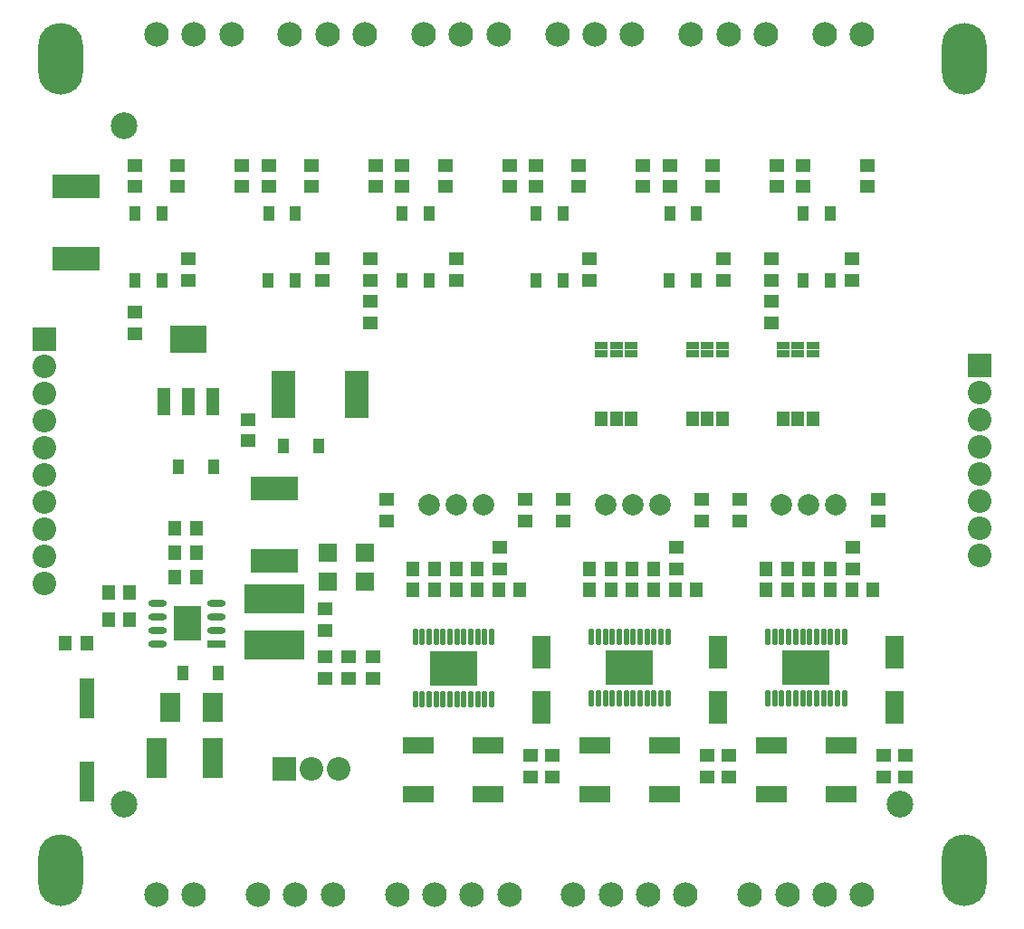
<source format=gts>
G04*
G04 #@! TF.GenerationSoftware,Altium Limited,Altium Designer,21.9.2 (33)*
G04*
G04 Layer_Color=8388736*
%FSLAX25Y25*%
%MOIN*%
G70*
G04*
G04 #@! TF.SameCoordinates,034F36C6-47A8-4C4D-BE73-3EC9485E6904*
G04*
G04*
G04 #@! TF.FilePolarity,Negative*
G04*
G01*
G75*
%ADD16R,0.06706X0.06706*%
%ADD17R,0.04383X0.05603*%
%ADD18R,0.07493X0.10642*%
%ADD19R,0.03950X0.05524*%
%ADD20R,0.05721X0.04737*%
%ADD21R,0.11430X0.06312*%
%ADD22R,0.04737X0.05721*%
%ADD23R,0.22453X0.10642*%
%ADD24R,0.02769X0.04737*%
%ADD25R,0.04737X0.02769*%
%ADD26R,0.07808X0.14580*%
%ADD27O,0.01981X0.06312*%
G04:AMPARAMS|DCode=28|XSize=63.12mil|YSize=19.81mil|CornerRadius=9.91mil|HoleSize=0mil|Usage=FLASHONLY|Rotation=270.000|XOffset=0mil|YOffset=0mil|HoleType=Round|Shape=RoundedRectangle|*
%AMROUNDEDRECTD28*
21,1,0.06312,0.00000,0,0,270.0*
21,1,0.04331,0.01981,0,0,270.0*
1,1,0.01981,0.00000,-0.02165*
1,1,0.01981,0.00000,0.02165*
1,1,0.01981,0.00000,0.02165*
1,1,0.01981,0.00000,-0.02165*
%
%ADD28ROUNDEDRECTD28*%
%ADD29R,0.13792X0.10249*%
%ADD30R,0.04737X0.10249*%
%ADD31O,0.06706X0.02769*%
%ADD32R,0.06706X0.02769*%
%ADD33R,0.06890X0.12402*%
%ADD34R,0.17729X0.08674*%
%ADD35R,0.05524X0.14580*%
%ADD36R,0.08674X0.17729*%
G04:AMPARAMS|DCode=37|XSize=98.43mil|YSize=98.43mil|CornerRadius=49.21mil|HoleSize=0mil|Usage=FLASHONLY|Rotation=0.000|XOffset=0mil|YOffset=0mil|HoleType=Round|Shape=RoundedRectangle|*
%AMROUNDEDRECTD37*
21,1,0.09843,0.00000,0,0,0.0*
21,1,0.00000,0.09843,0,0,0.0*
1,1,0.09843,0.00000,0.00000*
1,1,0.09843,0.00000,0.00000*
1,1,0.09843,0.00000,0.00000*
1,1,0.09843,0.00000,0.00000*
%
%ADD37ROUNDEDRECTD37*%
%ADD38C,0.08674*%
%ADD39R,0.08674X0.08674*%
%ADD40C,0.09068*%
%ADD41C,0.07887*%
%ADD42R,0.08674X0.08674*%
%ADD43R,0.17808X0.12611*%
%ADD44R,0.10249X0.13005*%
G04:AMPARAMS|DCode=45|XSize=165.48mil|YSize=263.91mil|CornerRadius=82.74mil|HoleSize=0mil|Usage=FLASHONLY|Rotation=180.000|XOffset=0mil|YOffset=0mil|HoleType=Round|Shape=RoundedRectangle|*
%AMROUNDEDRECTD45*
21,1,0.16548,0.09843,0,0,180.0*
21,1,0.00000,0.26391,0,0,180.0*
1,1,0.16548,0.00000,0.04921*
1,1,0.16548,0.00000,0.04921*
1,1,0.16548,0.00000,-0.04921*
1,1,0.16548,0.00000,-0.04921*
%
%ADD45ROUNDEDRECTD45*%
%ADD46C,0.03162*%
D16*
X114173Y126969D02*
D03*
X127953D02*
D03*
X114173Y137795D02*
D03*
X127953D02*
D03*
D17*
X73917Y93504D02*
D03*
X61024D02*
D03*
X72264Y169354D02*
D03*
X59370D02*
D03*
X98000Y177000D02*
D03*
X110894D02*
D03*
D18*
X71850Y80709D02*
D03*
X56102D02*
D03*
D19*
X53150Y262795D02*
D03*
X43307D02*
D03*
X43150Y237992D02*
D03*
X53150D02*
D03*
X102362Y262795D02*
D03*
X92520D02*
D03*
X92362Y237992D02*
D03*
X102362D02*
D03*
X151575Y262795D02*
D03*
X141732D02*
D03*
X141575Y237992D02*
D03*
X151575D02*
D03*
X200787Y262795D02*
D03*
X190945D02*
D03*
X190787Y237992D02*
D03*
X200787D02*
D03*
X250000Y262795D02*
D03*
X240158D02*
D03*
X240000Y237992D02*
D03*
X250000D02*
D03*
X299213Y262795D02*
D03*
X289370D02*
D03*
X289213Y237992D02*
D03*
X299213D02*
D03*
D20*
X62992Y238189D02*
D03*
Y246063D02*
D03*
X112205Y238189D02*
D03*
Y246063D02*
D03*
X161417Y238189D02*
D03*
Y246063D02*
D03*
X210630Y238189D02*
D03*
Y246063D02*
D03*
X259842Y238189D02*
D03*
Y246063D02*
D03*
X307087Y238189D02*
D03*
Y246063D02*
D03*
X113189Y109252D02*
D03*
Y117126D02*
D03*
Y91535D02*
D03*
Y99410D02*
D03*
X130905Y91535D02*
D03*
Y99410D02*
D03*
X43307Y280512D02*
D03*
Y272638D02*
D03*
X82677Y280512D02*
D03*
Y272638D02*
D03*
X92520Y280512D02*
D03*
Y272638D02*
D03*
X131890Y280512D02*
D03*
Y272638D02*
D03*
X141732Y280512D02*
D03*
Y272638D02*
D03*
X181102Y280512D02*
D03*
Y272638D02*
D03*
X190945Y280512D02*
D03*
Y272638D02*
D03*
X230315Y280512D02*
D03*
Y272638D02*
D03*
X240158Y280512D02*
D03*
Y272638D02*
D03*
X279528Y280512D02*
D03*
Y272638D02*
D03*
X289370Y280512D02*
D03*
Y272638D02*
D03*
X312992Y280512D02*
D03*
Y272638D02*
D03*
X265748Y157480D02*
D03*
Y149606D02*
D03*
X200787Y157480D02*
D03*
Y149606D02*
D03*
X135827Y157480D02*
D03*
Y149606D02*
D03*
X59055Y272638D02*
D03*
Y280512D02*
D03*
X108268Y272638D02*
D03*
Y280512D02*
D03*
X157480Y272638D02*
D03*
Y280512D02*
D03*
X277559Y230315D02*
D03*
Y222441D02*
D03*
X255906Y272638D02*
D03*
Y280512D02*
D03*
X122047Y91535D02*
D03*
Y99410D02*
D03*
X318898Y55118D02*
D03*
Y62992D02*
D03*
X326772Y55118D02*
D03*
Y62992D02*
D03*
X316929Y149606D02*
D03*
Y157480D02*
D03*
X253937Y55118D02*
D03*
Y62992D02*
D03*
X188976Y55118D02*
D03*
Y62992D02*
D03*
X261811Y55118D02*
D03*
Y62992D02*
D03*
X196850Y55118D02*
D03*
Y62992D02*
D03*
X251969Y149606D02*
D03*
Y157480D02*
D03*
X43307Y218504D02*
D03*
Y226378D02*
D03*
X206693Y272638D02*
D03*
Y280512D02*
D03*
X129921Y230315D02*
D03*
Y222441D02*
D03*
X187008Y157480D02*
D03*
Y149606D02*
D03*
X277559Y238189D02*
D03*
Y246063D02*
D03*
X129921Y238189D02*
D03*
Y246063D02*
D03*
X85000Y179063D02*
D03*
Y186937D02*
D03*
D21*
X303150Y66929D02*
D03*
Y48819D02*
D03*
X277559Y66929D02*
D03*
Y48819D02*
D03*
X238189Y66929D02*
D03*
Y48819D02*
D03*
X212598Y66929D02*
D03*
Y48819D02*
D03*
X173228Y66929D02*
D03*
Y48819D02*
D03*
X147638Y66929D02*
D03*
Y48819D02*
D03*
D22*
X275590Y124016D02*
D03*
X283465D02*
D03*
X299213D02*
D03*
X291339D02*
D03*
X299213Y131890D02*
D03*
X291339D02*
D03*
X210630Y124016D02*
D03*
X218504D02*
D03*
X145669D02*
D03*
X153543D02*
D03*
X234252D02*
D03*
X226378D02*
D03*
X234252Y131890D02*
D03*
X226378D02*
D03*
X169291Y124016D02*
D03*
X161417D02*
D03*
X169291Y131890D02*
D03*
X161417D02*
D03*
X41339Y113189D02*
D03*
X33465D02*
D03*
Y123031D02*
D03*
X41339D02*
D03*
X58071Y146653D02*
D03*
X65945D02*
D03*
X275590Y131890D02*
D03*
X283465D02*
D03*
X307087Y124016D02*
D03*
X314961D02*
D03*
X210630Y131890D02*
D03*
X218504D02*
D03*
X242126Y124016D02*
D03*
X250000D02*
D03*
X145669Y131890D02*
D03*
X153543D02*
D03*
X177165Y124016D02*
D03*
X185039D02*
D03*
X58071Y137795D02*
D03*
X65945D02*
D03*
Y128937D02*
D03*
X58071D02*
D03*
X17717Y104331D02*
D03*
X25591D02*
D03*
D23*
X94488Y120705D02*
D03*
Y103705D02*
D03*
D24*
X308858Y139764D02*
D03*
X306102D02*
D03*
X308858Y131890D02*
D03*
X306102D02*
D03*
X243898Y139764D02*
D03*
X241142D02*
D03*
X243898Y131890D02*
D03*
X241142D02*
D03*
X178937Y139764D02*
D03*
X176181D02*
D03*
X178937Y131890D02*
D03*
X176181D02*
D03*
D25*
X225984Y188386D02*
D03*
Y185630D02*
D03*
X220472Y188386D02*
D03*
Y185630D02*
D03*
X214961Y188386D02*
D03*
Y185630D02*
D03*
X259449Y188386D02*
D03*
Y185630D02*
D03*
X253937Y188386D02*
D03*
Y185630D02*
D03*
X248425Y188386D02*
D03*
Y185630D02*
D03*
X292913Y188386D02*
D03*
Y185630D02*
D03*
X287402Y188386D02*
D03*
Y185630D02*
D03*
X281890Y188386D02*
D03*
Y185630D02*
D03*
X225984Y213976D02*
D03*
Y211221D02*
D03*
X220472Y213976D02*
D03*
Y211221D02*
D03*
X214961Y213976D02*
D03*
Y211221D02*
D03*
X259449Y213976D02*
D03*
Y211221D02*
D03*
X253937Y213976D02*
D03*
Y211221D02*
D03*
X248425Y213976D02*
D03*
Y211221D02*
D03*
X292913Y213976D02*
D03*
Y211221D02*
D03*
X287402Y213976D02*
D03*
Y211221D02*
D03*
X281890Y213976D02*
D03*
Y211221D02*
D03*
D26*
X71850Y62008D02*
D03*
X51378D02*
D03*
D27*
X276279Y84055D02*
D03*
X278839D02*
D03*
X281398D02*
D03*
X283957D02*
D03*
X286516D02*
D03*
X289075D02*
D03*
X291634D02*
D03*
X294193D02*
D03*
X296752D02*
D03*
X299311D02*
D03*
X301870D02*
D03*
X304429D02*
D03*
X276279Y106890D02*
D03*
X278839D02*
D03*
X281398D02*
D03*
X283957D02*
D03*
X286516D02*
D03*
X289075D02*
D03*
X291634D02*
D03*
X294193D02*
D03*
X296752D02*
D03*
X299311D02*
D03*
X301870D02*
D03*
X211319Y84055D02*
D03*
X213878D02*
D03*
X216437D02*
D03*
X218996D02*
D03*
X221555D02*
D03*
X224114D02*
D03*
X226673D02*
D03*
X229232D02*
D03*
X231791D02*
D03*
X234350D02*
D03*
X236910D02*
D03*
X239469D02*
D03*
X211319Y106890D02*
D03*
X213878D02*
D03*
X216437D02*
D03*
X218996D02*
D03*
X221555D02*
D03*
X224114D02*
D03*
X226673D02*
D03*
X229232D02*
D03*
X231791D02*
D03*
X234350D02*
D03*
X236910D02*
D03*
X146457Y83858D02*
D03*
X149016D02*
D03*
X151575D02*
D03*
X154134D02*
D03*
X156693D02*
D03*
X159252D02*
D03*
X161811D02*
D03*
X164370D02*
D03*
X166929D02*
D03*
X169488D02*
D03*
X172047D02*
D03*
X174606D02*
D03*
X146457Y106693D02*
D03*
X149016D02*
D03*
X151575D02*
D03*
X154134D02*
D03*
X156693D02*
D03*
X159252D02*
D03*
X161811D02*
D03*
X164370D02*
D03*
X166929D02*
D03*
X169488D02*
D03*
X172047D02*
D03*
D28*
X304429Y106890D02*
D03*
X239469Y106890D02*
D03*
X174606Y106693D02*
D03*
D29*
X63000Y216417D02*
D03*
D30*
X72055Y193583D02*
D03*
X63000D02*
D03*
X53945D02*
D03*
D31*
X51591Y119256D02*
D03*
Y114256D02*
D03*
Y109256D02*
D03*
Y104256D02*
D03*
X73244Y119256D02*
D03*
Y114256D02*
D03*
Y109256D02*
D03*
D32*
Y104256D02*
D03*
D33*
X322835Y101181D02*
D03*
Y80709D02*
D03*
X257874Y101181D02*
D03*
Y80709D02*
D03*
X192913Y101181D02*
D03*
Y80709D02*
D03*
D34*
X94488Y134843D02*
D03*
Y161614D02*
D03*
X21654Y246063D02*
D03*
Y272835D02*
D03*
D35*
X25591Y53543D02*
D03*
Y84252D02*
D03*
D36*
X98000Y196000D02*
D03*
X124772D02*
D03*
D37*
X324803Y45276D02*
D03*
X39370D02*
D03*
Y295276D02*
D03*
D38*
X9843Y156535D02*
D03*
Y176535D02*
D03*
Y186535D02*
D03*
Y206535D02*
D03*
Y196535D02*
D03*
Y166535D02*
D03*
Y146535D02*
D03*
Y126535D02*
D03*
Y136535D02*
D03*
X354331Y136693D02*
D03*
Y156693D02*
D03*
Y186693D02*
D03*
Y196693D02*
D03*
Y176693D02*
D03*
Y166693D02*
D03*
Y146693D02*
D03*
X108268Y58071D02*
D03*
X118268D02*
D03*
D39*
X9843Y216535D02*
D03*
X354331Y206693D02*
D03*
D40*
X88583Y11811D02*
D03*
X102362D02*
D03*
X116142D02*
D03*
X78740Y328740D02*
D03*
X64961D02*
D03*
X51181D02*
D03*
X127953D02*
D03*
X114173D02*
D03*
X100394D02*
D03*
X177165D02*
D03*
X163386D02*
D03*
X149606D02*
D03*
X226378D02*
D03*
X212598D02*
D03*
X198819D02*
D03*
X275590D02*
D03*
X261811D02*
D03*
X248031D02*
D03*
X311024D02*
D03*
X297244D02*
D03*
X269685Y11811D02*
D03*
X311024D02*
D03*
X283465D02*
D03*
X297244D02*
D03*
X204724D02*
D03*
X246063D02*
D03*
X218504D02*
D03*
X232283D02*
D03*
X139764D02*
D03*
X181102D02*
D03*
X153543D02*
D03*
X167323D02*
D03*
X51181D02*
D03*
X64961D02*
D03*
D41*
X301339Y155512D02*
D03*
X291339D02*
D03*
X281339D02*
D03*
X236535D02*
D03*
X226535D02*
D03*
X216535D02*
D03*
X171575D02*
D03*
X161575D02*
D03*
X151575D02*
D03*
D42*
X98268Y58071D02*
D03*
D43*
X290354Y95473D02*
D03*
X225394Y95472D02*
D03*
X160531Y95276D02*
D03*
D44*
X62417Y111756D02*
D03*
D45*
X348425Y20669D02*
D03*
X15748D02*
D03*
X348425Y319882D02*
D03*
X15748D02*
D03*
D46*
X284449Y91536D02*
D03*
Y95473D02*
D03*
Y99410D02*
D03*
X287402Y91536D02*
D03*
Y95473D02*
D03*
Y99410D02*
D03*
X290354Y91536D02*
D03*
Y95473D02*
D03*
Y99410D02*
D03*
X293307Y91536D02*
D03*
Y95473D02*
D03*
Y99410D02*
D03*
X296260Y91536D02*
D03*
Y95473D02*
D03*
Y99410D02*
D03*
X219488Y91535D02*
D03*
Y95472D02*
D03*
Y99409D02*
D03*
X222441Y91535D02*
D03*
Y95472D02*
D03*
Y99409D02*
D03*
X225394Y91535D02*
D03*
Y95472D02*
D03*
Y99409D02*
D03*
X228346Y91535D02*
D03*
Y95472D02*
D03*
Y99409D02*
D03*
X231299Y91535D02*
D03*
Y95472D02*
D03*
Y99409D02*
D03*
X154626Y91339D02*
D03*
Y95276D02*
D03*
Y99213D02*
D03*
X157579Y91339D02*
D03*
Y95276D02*
D03*
Y99213D02*
D03*
X160531Y91339D02*
D03*
Y95276D02*
D03*
Y99213D02*
D03*
X163484Y91339D02*
D03*
Y95276D02*
D03*
Y99213D02*
D03*
X166437Y91339D02*
D03*
Y95276D02*
D03*
Y99213D02*
D03*
M02*

</source>
